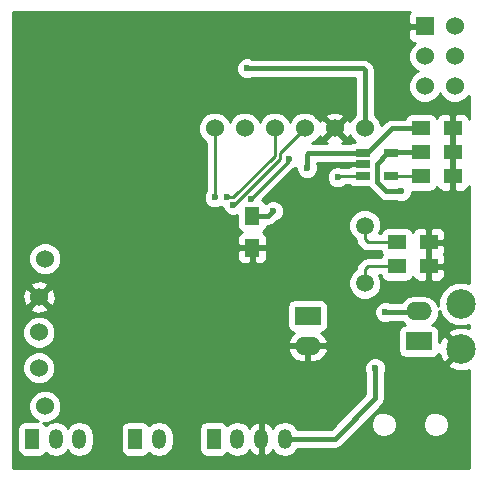
<source format=gbl>
G04 #@! TF.FileFunction,Copper,L2,Bot,Signal*
%FSLAX46Y46*%
G04 Gerber Fmt 4.6, Leading zero omitted, Abs format (unit mm)*
G04 Created by KiCad (PCBNEW 4.0.2+e4-6225~38~ubuntu14.04.1-stable) date Sat Jul  9 19:21:58 2016*
%MOMM*%
G01*
G04 APERTURE LIST*
%ADD10C,0.150000*%
%ADD11R,1.198880X1.699260*%
%ADD12O,1.198880X1.699260*%
%ADD13R,1.300000X0.650000*%
%ADD14R,1.524000X1.524000*%
%ADD15C,1.524000*%
%ADD16C,2.499360*%
%ADD17R,2.199640X1.524000*%
%ADD18O,2.199640X1.524000*%
%ADD19R,1.500000X1.300000*%
%ADD20R,1.300000X1.500000*%
%ADD21C,1.501140*%
%ADD22C,0.600000*%
%ADD23C,0.400000*%
%ADD24C,0.250000*%
%ADD25C,0.254000*%
G04 APERTURE END LIST*
D10*
D11*
X17701260Y3175000D03*
D12*
X19700240Y3175000D03*
X21701760Y3175000D03*
X23700740Y3175000D03*
D11*
X11064240Y3175000D03*
D12*
X13065760Y3175000D03*
D13*
X30296000Y25466000D03*
X30296000Y26416000D03*
X30296000Y27366000D03*
X32696000Y27366000D03*
X32696000Y25466000D03*
D14*
X35560000Y38100000D03*
D15*
X38100000Y38100000D03*
X35560000Y35560000D03*
X38100000Y35560000D03*
X35560000Y33020000D03*
X38100000Y33020000D03*
D16*
X38608000Y14605000D03*
X38608000Y10795000D03*
D17*
X35052000Y11430000D03*
D18*
X35052000Y13970000D03*
D15*
X2900000Y9192000D03*
X2900000Y12192000D03*
X2900000Y15192000D03*
X3400000Y5942000D03*
X3400000Y18442000D03*
D11*
X2319020Y3175000D03*
D12*
X4318000Y3175000D03*
X6316980Y3175000D03*
D19*
X37926000Y27432000D03*
X35226000Y27432000D03*
X37926000Y29464000D03*
X35226000Y29464000D03*
D20*
X20955000Y19351000D03*
X20955000Y22051000D03*
D19*
X37926000Y25400000D03*
X35226000Y25400000D03*
X35894000Y17780000D03*
X33194000Y17780000D03*
X35894000Y19812000D03*
X33194000Y19812000D03*
D15*
X30480000Y29464000D03*
X27940000Y29464000D03*
X25400000Y29464000D03*
X22860000Y29464000D03*
X20320000Y29464000D03*
X17780000Y29464000D03*
D21*
X30480000Y16355060D03*
X30480000Y21236940D03*
D17*
X25654000Y13589000D03*
D18*
X25654000Y11049000D03*
D22*
X31369000Y9144000D03*
X33528000Y24130000D03*
X11176000Y6032500D03*
X33655000Y21971000D03*
X36639500Y2222500D03*
X35877500Y9080500D03*
X29464000Y9842500D03*
X5778500Y6604000D03*
X9525000Y16637000D03*
X22669500Y19050000D03*
X17843500Y20637500D03*
X20510500Y34544000D03*
X25590500Y26098500D03*
X32194500Y13906500D03*
X24063956Y26863044D03*
X20828000Y23495000D03*
X17780000Y23622000D03*
X18796000Y23622000D03*
X19367500Y22986996D03*
X28194000Y25338020D03*
X22733000Y22479000D03*
D23*
X27940000Y3175000D02*
X31369000Y6604000D01*
X31369000Y6604000D02*
X31369000Y9144000D01*
X23700740Y3175000D02*
X27940000Y3175000D01*
X31496000Y24892000D02*
X32258000Y24130000D01*
X32258000Y24130000D02*
X33528000Y24130000D01*
X31496000Y26491000D02*
X31496000Y24892000D01*
X32696000Y27366000D02*
X32371000Y27366000D01*
X32371000Y27366000D02*
X31496000Y26491000D01*
X35226000Y27432000D02*
X32762000Y27432000D01*
X32762000Y27432000D02*
X32696000Y27366000D01*
X27559000Y26416000D02*
X26225500Y25082500D01*
X29246000Y26416000D02*
X27559000Y26416000D01*
X30296000Y26416000D02*
X29246000Y26416000D01*
X27860000Y29544000D02*
X27940000Y29464000D01*
X30480000Y29464000D02*
X30480000Y34417000D01*
X30480000Y34417000D02*
X30353000Y34544000D01*
X30353000Y34544000D02*
X20934764Y34544000D01*
X20934764Y34544000D02*
X20510500Y34544000D01*
X30560000Y29544000D02*
X30480000Y29464000D01*
X30296000Y27366000D02*
X25715000Y27366000D01*
X25715000Y27366000D02*
X25590500Y27241500D01*
X25590500Y27241500D02*
X25590500Y26098500D01*
X32194500Y13906500D02*
X34988500Y13906500D01*
X34988500Y13906500D02*
X35052000Y13970000D01*
X30296000Y27366000D02*
X30668000Y27366000D01*
X30668000Y27366000D02*
X32766000Y29464000D01*
X32766000Y29464000D02*
X35226000Y29464000D01*
D24*
X24063956Y26730956D02*
X24063956Y26863044D01*
X20828000Y23495000D02*
X24063956Y26730956D01*
X17780000Y29464000D02*
X17780000Y23622000D01*
X22860000Y29464000D02*
X22860000Y27114500D01*
X22860000Y27114500D02*
X19367500Y23622000D01*
X19367500Y23622000D02*
X18796000Y23622000D01*
X23310011Y27374011D02*
X23310011Y26866013D01*
X19430994Y22986996D02*
X19367500Y22986996D01*
X23310011Y26866013D02*
X19430994Y22986996D01*
X25400000Y29464000D02*
X23310011Y27374011D01*
X28321980Y25466000D02*
X28194000Y25338020D01*
X30296000Y25466000D02*
X28321980Y25466000D01*
X35226000Y25400000D02*
X32762000Y25400000D01*
X32762000Y25400000D02*
X32696000Y25466000D01*
D23*
X20955000Y22051000D02*
X22305000Y22051000D01*
X22305000Y22051000D02*
X22733000Y22479000D01*
D24*
X30480000Y16355060D02*
X30480000Y17526000D01*
X30480000Y17526000D02*
X30734000Y17780000D01*
X33194000Y17780000D02*
X30734000Y17780000D01*
X30480000Y21236940D02*
X30480000Y20066000D01*
X30480000Y20066000D02*
X30734000Y19812000D01*
X30734000Y19812000D02*
X33194000Y19812000D01*
D25*
G36*
X34259673Y39221698D02*
X34163000Y38988309D01*
X34163000Y38385750D01*
X34321750Y38227000D01*
X35433000Y38227000D01*
X35433000Y38247000D01*
X35687000Y38247000D01*
X35687000Y38227000D01*
X35707000Y38227000D01*
X35707000Y37973000D01*
X35687000Y37973000D01*
X35687000Y37953000D01*
X35433000Y37953000D01*
X35433000Y37973000D01*
X34321750Y37973000D01*
X34163000Y37814250D01*
X34163000Y37211691D01*
X34259673Y36978302D01*
X34438301Y36799673D01*
X34671690Y36703000D01*
X34727614Y36703000D01*
X34376371Y36352370D01*
X34163243Y35839100D01*
X34162758Y35283339D01*
X34374990Y34769697D01*
X34767630Y34376371D01*
X34975512Y34290051D01*
X34769697Y34205010D01*
X34376371Y33812370D01*
X34163243Y33299100D01*
X34162758Y32743339D01*
X34374990Y32229697D01*
X34767630Y31836371D01*
X35280900Y31623243D01*
X35836661Y31622758D01*
X36350303Y31834990D01*
X36743629Y32227630D01*
X36829949Y32435512D01*
X36914990Y32229697D01*
X37307630Y31836371D01*
X37820900Y31623243D01*
X38376661Y31622758D01*
X38890303Y31834990D01*
X39283629Y32227630D01*
X39290000Y32242973D01*
X39290000Y30291008D01*
X39214327Y30473699D01*
X39035698Y30652327D01*
X38802309Y30749000D01*
X38211750Y30749000D01*
X38053000Y30590250D01*
X38053000Y29591000D01*
X38073000Y29591000D01*
X38073000Y29337000D01*
X38053000Y29337000D01*
X38053000Y27559000D01*
X38073000Y27559000D01*
X38073000Y27305000D01*
X38053000Y27305000D01*
X38053000Y25527000D01*
X38073000Y25527000D01*
X38073000Y25273000D01*
X38053000Y25273000D01*
X38053000Y24273750D01*
X38211750Y24115000D01*
X38802309Y24115000D01*
X39035698Y24211673D01*
X39214327Y24390301D01*
X39290000Y24572992D01*
X39290000Y16362510D01*
X38984531Y16489352D01*
X38234759Y16490006D01*
X37541809Y16203686D01*
X37011178Y15673979D01*
X36723648Y14981531D01*
X36723194Y14460737D01*
X36714467Y14504609D01*
X36411635Y14957828D01*
X35958416Y15260660D01*
X35423807Y15367000D01*
X34680193Y15367000D01*
X34145584Y15260660D01*
X33692365Y14957828D01*
X33547819Y14741500D01*
X32621734Y14741500D01*
X32381299Y14841338D01*
X32009333Y14841662D01*
X31665557Y14699617D01*
X31402308Y14436827D01*
X31259662Y14093299D01*
X31259338Y13721333D01*
X31401383Y13377557D01*
X31664173Y13114308D01*
X32007701Y12971662D01*
X32379667Y12971338D01*
X32622078Y13071500D01*
X33632678Y13071500D01*
X33692365Y12982172D01*
X33916130Y12832657D01*
X33716863Y12795162D01*
X33500739Y12656090D01*
X33355749Y12443890D01*
X33304740Y12192000D01*
X33304740Y10668000D01*
X33349018Y10432683D01*
X33488090Y10216559D01*
X33700290Y10071569D01*
X33952180Y10020560D01*
X36151820Y10020560D01*
X36387137Y10064838D01*
X36603261Y10203910D01*
X36733406Y10394384D01*
X36734072Y10369616D01*
X36982141Y9770725D01*
X37274911Y9641517D01*
X38428395Y10795000D01*
X37274911Y11948483D01*
X36982141Y11819275D01*
X36799260Y11341871D01*
X36799260Y12192000D01*
X36754982Y12427317D01*
X36615910Y12643441D01*
X36403710Y12788431D01*
X36187276Y12832260D01*
X36411635Y12982172D01*
X36714467Y13435391D01*
X36820807Y13970000D01*
X36811206Y14018270D01*
X37009314Y13538809D01*
X37539021Y13008178D01*
X38231469Y12720648D01*
X38981241Y12719994D01*
X39290000Y12847570D01*
X39290000Y12551975D01*
X38932117Y12689071D01*
X38182616Y12668928D01*
X37583725Y12420859D01*
X37454517Y12128089D01*
X38608000Y10974605D01*
X38622142Y10988748D01*
X38801748Y10809142D01*
X38787605Y10795000D01*
X38801748Y10780857D01*
X38622142Y10601252D01*
X38608000Y10615395D01*
X37454517Y9461911D01*
X37583725Y9169141D01*
X38283883Y8900929D01*
X39033384Y8921072D01*
X39290000Y9027366D01*
X39290000Y710000D01*
X710000Y710000D01*
X710000Y4024630D01*
X1072140Y4024630D01*
X1072140Y2325370D01*
X1116418Y2090053D01*
X1255490Y1873929D01*
X1467690Y1728939D01*
X1719580Y1677930D01*
X2918460Y1677930D01*
X3153777Y1722208D01*
X3369901Y1861280D01*
X3469267Y2006708D01*
X3845600Y1755250D01*
X4318000Y1661284D01*
X4790400Y1755250D01*
X5190881Y2022843D01*
X5317490Y2212327D01*
X5444099Y2022843D01*
X5844580Y1755250D01*
X6316980Y1661284D01*
X6789380Y1755250D01*
X7189861Y2022843D01*
X7457454Y2423324D01*
X7551420Y2895724D01*
X7551420Y3454276D01*
X7457454Y3926676D01*
X7392004Y4024630D01*
X9817360Y4024630D01*
X9817360Y2325370D01*
X9861638Y2090053D01*
X10000710Y1873929D01*
X10212910Y1728939D01*
X10464800Y1677930D01*
X11663680Y1677930D01*
X11898997Y1722208D01*
X12115121Y1861280D01*
X12215284Y2007873D01*
X12593360Y1755250D01*
X13065760Y1661284D01*
X13538160Y1755250D01*
X13938641Y2022843D01*
X14206234Y2423324D01*
X14300200Y2895724D01*
X14300200Y3454276D01*
X14206234Y3926676D01*
X14140784Y4024630D01*
X16454380Y4024630D01*
X16454380Y2325370D01*
X16498658Y2090053D01*
X16637730Y1873929D01*
X16849930Y1728939D01*
X17101820Y1677930D01*
X18300700Y1677930D01*
X18536017Y1722208D01*
X18752141Y1861280D01*
X18851507Y2006708D01*
X19227840Y1755250D01*
X19700240Y1661284D01*
X20172640Y1755250D01*
X20573121Y2022843D01*
X20703318Y2217696D01*
X20872803Y1993432D01*
X21292327Y1747101D01*
X21384239Y1731905D01*
X21574760Y1856643D01*
X21574760Y3048000D01*
X21554760Y3048000D01*
X21554760Y3302000D01*
X21574760Y3302000D01*
X21574760Y4493357D01*
X21828760Y4493357D01*
X21828760Y3302000D01*
X21848760Y3302000D01*
X21848760Y3048000D01*
X21828760Y3048000D01*
X21828760Y1856643D01*
X22019281Y1731905D01*
X22111193Y1747101D01*
X22530717Y1993432D01*
X22698854Y2215912D01*
X22827859Y2022843D01*
X23228340Y1755250D01*
X23700740Y1661284D01*
X24173140Y1755250D01*
X24573621Y2022843D01*
X24785539Y2340000D01*
X27940000Y2340000D01*
X28259541Y2403561D01*
X28530434Y2584566D01*
X30137978Y4192110D01*
X31005592Y4192110D01*
X31170362Y3793337D01*
X31475193Y3487974D01*
X31873677Y3322509D01*
X32305150Y3322132D01*
X32703923Y3486902D01*
X33009286Y3791733D01*
X33174751Y4190217D01*
X33174752Y4192110D01*
X35404872Y4192110D01*
X35569642Y3793337D01*
X35874473Y3487974D01*
X36272957Y3322509D01*
X36704430Y3322132D01*
X37103203Y3486902D01*
X37408566Y3791733D01*
X37574031Y4190217D01*
X37574408Y4621690D01*
X37409638Y5020463D01*
X37104807Y5325826D01*
X36706323Y5491291D01*
X36274850Y5491668D01*
X35876077Y5326898D01*
X35570714Y5022067D01*
X35405249Y4623583D01*
X35404872Y4192110D01*
X33174752Y4192110D01*
X33175128Y4621690D01*
X33010358Y5020463D01*
X32705527Y5325826D01*
X32307043Y5491291D01*
X31875570Y5491668D01*
X31476797Y5326898D01*
X31171434Y5022067D01*
X31005969Y4623583D01*
X31005592Y4192110D01*
X30137978Y4192110D01*
X31959434Y6013566D01*
X32096474Y6218661D01*
X32140439Y6284459D01*
X32204000Y6604000D01*
X32204000Y8716766D01*
X32303838Y8957201D01*
X32304162Y9329167D01*
X32162117Y9672943D01*
X31899327Y9936192D01*
X31555799Y10078838D01*
X31183833Y10079162D01*
X30840057Y9937117D01*
X30576808Y9674327D01*
X30434162Y9330799D01*
X30433838Y8958833D01*
X30534000Y8716422D01*
X30534000Y6949868D01*
X27594132Y4010000D01*
X24785539Y4010000D01*
X24573621Y4327157D01*
X24173140Y4594750D01*
X23700740Y4688716D01*
X23228340Y4594750D01*
X22827859Y4327157D01*
X22698854Y4134088D01*
X22530717Y4356568D01*
X22111193Y4602899D01*
X22019281Y4618095D01*
X21828760Y4493357D01*
X21574760Y4493357D01*
X21384239Y4618095D01*
X21292327Y4602899D01*
X20872803Y4356568D01*
X20703318Y4132304D01*
X20573121Y4327157D01*
X20172640Y4594750D01*
X19700240Y4688716D01*
X19227840Y4594750D01*
X18850615Y4342696D01*
X18764790Y4476071D01*
X18552590Y4621061D01*
X18300700Y4672070D01*
X17101820Y4672070D01*
X16866503Y4627792D01*
X16650379Y4488720D01*
X16505389Y4276520D01*
X16454380Y4024630D01*
X14140784Y4024630D01*
X13938641Y4327157D01*
X13538160Y4594750D01*
X13065760Y4688716D01*
X12593360Y4594750D01*
X12214358Y4341509D01*
X12127770Y4476071D01*
X11915570Y4621061D01*
X11663680Y4672070D01*
X10464800Y4672070D01*
X10229483Y4627792D01*
X10013359Y4488720D01*
X9868369Y4276520D01*
X9817360Y4024630D01*
X7392004Y4024630D01*
X7189861Y4327157D01*
X6789380Y4594750D01*
X6316980Y4688716D01*
X5844580Y4594750D01*
X5444099Y4327157D01*
X5317490Y4137673D01*
X5190881Y4327157D01*
X4790400Y4594750D01*
X4318000Y4688716D01*
X3845600Y4594750D01*
X3468375Y4342696D01*
X3382550Y4476071D01*
X3281519Y4545103D01*
X3676661Y4544758D01*
X4190303Y4756990D01*
X4583629Y5149630D01*
X4796757Y5662900D01*
X4797242Y6218661D01*
X4585010Y6732303D01*
X4192370Y7125629D01*
X3679100Y7338757D01*
X3123339Y7339242D01*
X2609697Y7127010D01*
X2216371Y6734370D01*
X2003243Y6221100D01*
X2002758Y5665339D01*
X2214990Y5151697D01*
X2607630Y4758371D01*
X2815466Y4672070D01*
X1719580Y4672070D01*
X1484263Y4627792D01*
X1268139Y4488720D01*
X1123149Y4276520D01*
X1072140Y4024630D01*
X710000Y4024630D01*
X710000Y8915339D01*
X1502758Y8915339D01*
X1714990Y8401697D01*
X2107630Y8008371D01*
X2620900Y7795243D01*
X3176661Y7794758D01*
X3690303Y8006990D01*
X4083629Y8399630D01*
X4296757Y8912900D01*
X4297242Y9468661D01*
X4085010Y9982303D01*
X3692370Y10375629D01*
X3179100Y10588757D01*
X2623339Y10589242D01*
X2109697Y10377010D01*
X1716371Y9984370D01*
X1503243Y9471100D01*
X1502758Y8915339D01*
X710000Y8915339D01*
X710000Y10705930D01*
X23961960Y10705930D01*
X23976920Y10631723D01*
X24238550Y10150974D01*
X24664239Y9806941D01*
X25189180Y9652000D01*
X25527000Y9652000D01*
X25527000Y10922000D01*
X25781000Y10922000D01*
X25781000Y9652000D01*
X26118820Y9652000D01*
X26643761Y9806941D01*
X27069450Y10150974D01*
X27331080Y10631723D01*
X27346040Y10705930D01*
X27223540Y10922000D01*
X25781000Y10922000D01*
X25527000Y10922000D01*
X24084460Y10922000D01*
X23961960Y10705930D01*
X710000Y10705930D01*
X710000Y11915339D01*
X1502758Y11915339D01*
X1714990Y11401697D01*
X2107630Y11008371D01*
X2620900Y10795243D01*
X3176661Y10794758D01*
X3690303Y11006990D01*
X4083629Y11399630D01*
X4296757Y11912900D01*
X4297242Y12468661D01*
X4085010Y12982303D01*
X3692370Y13375629D01*
X3179100Y13588757D01*
X2623339Y13589242D01*
X2109697Y13377010D01*
X1716371Y12984370D01*
X1503243Y12471100D01*
X1502758Y11915339D01*
X710000Y11915339D01*
X710000Y14211787D01*
X2099392Y14211787D01*
X2168857Y13969603D01*
X2692302Y13782856D01*
X3247368Y13810638D01*
X3631143Y13969603D01*
X3700608Y14211787D01*
X3561395Y14351000D01*
X23906740Y14351000D01*
X23906740Y12827000D01*
X23951018Y12591683D01*
X24090090Y12375559D01*
X24302290Y12230569D01*
X24531867Y12184079D01*
X24238550Y11947026D01*
X23976920Y11466277D01*
X23961960Y11392070D01*
X24084460Y11176000D01*
X25527000Y11176000D01*
X25527000Y11196000D01*
X25781000Y11196000D01*
X25781000Y11176000D01*
X27223540Y11176000D01*
X27346040Y11392070D01*
X27331080Y11466277D01*
X27069450Y11947026D01*
X26776454Y12183819D01*
X26989137Y12223838D01*
X27205261Y12362910D01*
X27350251Y12575110D01*
X27401260Y12827000D01*
X27401260Y14351000D01*
X27356982Y14586317D01*
X27217910Y14802441D01*
X27005710Y14947431D01*
X26753820Y14998440D01*
X24554180Y14998440D01*
X24318863Y14954162D01*
X24102739Y14815090D01*
X23957749Y14602890D01*
X23906740Y14351000D01*
X3561395Y14351000D01*
X2900000Y15012395D01*
X2099392Y14211787D01*
X710000Y14211787D01*
X710000Y15399698D01*
X1490856Y15399698D01*
X1518638Y14844632D01*
X1677603Y14460857D01*
X1919787Y14391392D01*
X2720395Y15192000D01*
X3079605Y15192000D01*
X3880213Y14391392D01*
X4122397Y14460857D01*
X4309144Y14984302D01*
X4281362Y15539368D01*
X4122397Y15923143D01*
X3880213Y15992608D01*
X3079605Y15192000D01*
X2720395Y15192000D01*
X1919787Y15992608D01*
X1677603Y15923143D01*
X1490856Y15399698D01*
X710000Y15399698D01*
X710000Y16172213D01*
X2099392Y16172213D01*
X2900000Y15371605D01*
X3700608Y16172213D01*
X3631143Y16414397D01*
X3107698Y16601144D01*
X2552632Y16573362D01*
X2168857Y16414397D01*
X2099392Y16172213D01*
X710000Y16172213D01*
X710000Y18165339D01*
X2002758Y18165339D01*
X2214990Y17651697D01*
X2607630Y17258371D01*
X3120900Y17045243D01*
X3676661Y17044758D01*
X4190303Y17256990D01*
X4583629Y17649630D01*
X4796757Y18162900D01*
X4797242Y18718661D01*
X4654035Y19065250D01*
X19670000Y19065250D01*
X19670000Y18474691D01*
X19766673Y18241302D01*
X19945301Y18062673D01*
X20178690Y17966000D01*
X20669250Y17966000D01*
X20828000Y18124750D01*
X20828000Y19224000D01*
X21082000Y19224000D01*
X21082000Y18124750D01*
X21240750Y17966000D01*
X21731310Y17966000D01*
X21964699Y18062673D01*
X22143327Y18241302D01*
X22240000Y18474691D01*
X22240000Y19065250D01*
X22081250Y19224000D01*
X21082000Y19224000D01*
X20828000Y19224000D01*
X19828750Y19224000D01*
X19670000Y19065250D01*
X4654035Y19065250D01*
X4585010Y19232303D01*
X4192370Y19625629D01*
X3679100Y19838757D01*
X3123339Y19839242D01*
X2609697Y19627010D01*
X2216371Y19234370D01*
X2003243Y18721100D01*
X2002758Y18165339D01*
X710000Y18165339D01*
X710000Y29187339D01*
X16382758Y29187339D01*
X16594990Y28673697D01*
X16987630Y28280371D01*
X17020000Y28266930D01*
X17020000Y24184463D01*
X16987808Y24152327D01*
X16845162Y23808799D01*
X16844838Y23436833D01*
X16986883Y23093057D01*
X17249673Y22829808D01*
X17593201Y22687162D01*
X17965167Y22686838D01*
X18288371Y22820383D01*
X18452900Y22752064D01*
X18574383Y22458053D01*
X18837173Y22194804D01*
X19180701Y22052158D01*
X19552667Y22051834D01*
X19657560Y22095175D01*
X19657560Y21301000D01*
X19701838Y21065683D01*
X19840910Y20849559D01*
X20053110Y20704569D01*
X20086490Y20697809D01*
X19945301Y20639327D01*
X19766673Y20460698D01*
X19670000Y20227309D01*
X19670000Y19636750D01*
X19828750Y19478000D01*
X20828000Y19478000D01*
X20828000Y19498000D01*
X21082000Y19498000D01*
X21082000Y19478000D01*
X22081250Y19478000D01*
X22240000Y19636750D01*
X22240000Y20227309D01*
X22143327Y20460698D01*
X21964699Y20639327D01*
X21828713Y20695654D01*
X21840317Y20697838D01*
X22056441Y20836910D01*
X22142281Y20962542D01*
X29094190Y20962542D01*
X29304686Y20453103D01*
X29694113Y20062996D01*
X29722982Y20051009D01*
X29777852Y19775161D01*
X29942599Y19528599D01*
X30196599Y19274599D01*
X30443160Y19109852D01*
X30734000Y19052000D01*
X31817258Y19052000D01*
X31840838Y18926683D01*
X31925225Y18795543D01*
X31847569Y18681890D01*
X31818836Y18540000D01*
X30734000Y18540000D01*
X30443160Y18482148D01*
X30196599Y18317401D01*
X29942599Y18063401D01*
X29777852Y17816839D01*
X29723083Y17541497D01*
X29696163Y17530374D01*
X29306056Y17140947D01*
X29094671Y16631876D01*
X29094190Y16080662D01*
X29304686Y15571223D01*
X29694113Y15181116D01*
X30203184Y14969731D01*
X30754398Y14969250D01*
X31263837Y15179746D01*
X31653944Y15569173D01*
X31865329Y16078244D01*
X31865810Y16629458D01*
X31704441Y17020000D01*
X31817258Y17020000D01*
X31840838Y16894683D01*
X31979910Y16678559D01*
X32192110Y16533569D01*
X32444000Y16482560D01*
X33944000Y16482560D01*
X34179317Y16526838D01*
X34395441Y16665910D01*
X34540431Y16878110D01*
X34547191Y16911490D01*
X34605673Y16770301D01*
X34784302Y16591673D01*
X35017691Y16495000D01*
X35608250Y16495000D01*
X35767000Y16653750D01*
X35767000Y17653000D01*
X36021000Y17653000D01*
X36021000Y16653750D01*
X36179750Y16495000D01*
X36770309Y16495000D01*
X37003698Y16591673D01*
X37182327Y16770301D01*
X37279000Y17003690D01*
X37279000Y17494250D01*
X37120250Y17653000D01*
X36021000Y17653000D01*
X35767000Y17653000D01*
X35747000Y17653000D01*
X35747000Y17907000D01*
X35767000Y17907000D01*
X35767000Y19685000D01*
X36021000Y19685000D01*
X36021000Y17907000D01*
X37120250Y17907000D01*
X37279000Y18065750D01*
X37279000Y18556310D01*
X37182327Y18789699D01*
X37176026Y18796000D01*
X37182327Y18802301D01*
X37279000Y19035690D01*
X37279000Y19526250D01*
X37120250Y19685000D01*
X36021000Y19685000D01*
X35767000Y19685000D01*
X35747000Y19685000D01*
X35747000Y19939000D01*
X35767000Y19939000D01*
X35767000Y20938250D01*
X36021000Y20938250D01*
X36021000Y19939000D01*
X37120250Y19939000D01*
X37279000Y20097750D01*
X37279000Y20588310D01*
X37182327Y20821699D01*
X37003698Y21000327D01*
X36770309Y21097000D01*
X36179750Y21097000D01*
X36021000Y20938250D01*
X35767000Y20938250D01*
X35608250Y21097000D01*
X35017691Y21097000D01*
X34784302Y21000327D01*
X34605673Y20821699D01*
X34549346Y20685713D01*
X34547162Y20697317D01*
X34408090Y20913441D01*
X34195890Y21058431D01*
X33944000Y21109440D01*
X32444000Y21109440D01*
X32208683Y21065162D01*
X31992559Y20926090D01*
X31847569Y20713890D01*
X31818836Y20572000D01*
X31704166Y20572000D01*
X31865329Y20960124D01*
X31865810Y21511338D01*
X31655314Y22020777D01*
X31265887Y22410884D01*
X30756816Y22622269D01*
X30205602Y22622750D01*
X29696163Y22412254D01*
X29306056Y22022827D01*
X29094671Y21513756D01*
X29094190Y20962542D01*
X22142281Y20962542D01*
X22201431Y21049110D01*
X22235227Y21216000D01*
X22305000Y21216000D01*
X22624541Y21279561D01*
X22895434Y21460566D01*
X23021333Y21586465D01*
X23261943Y21685883D01*
X23525192Y21948673D01*
X23667838Y22292201D01*
X23668162Y22664167D01*
X23526117Y23007943D01*
X23263327Y23271192D01*
X22919799Y23413838D01*
X22547833Y23414162D01*
X22204057Y23272117D01*
X22114169Y23182386D01*
X22069090Y23252441D01*
X21856890Y23397431D01*
X21813932Y23406130D01*
X24396634Y25988832D01*
X24592899Y26069927D01*
X24655529Y26132448D01*
X24655338Y25913333D01*
X24797383Y25569557D01*
X25060173Y25306308D01*
X25403701Y25163662D01*
X25775667Y25163338D01*
X26119443Y25305383D01*
X26382692Y25568173D01*
X26525338Y25911701D01*
X26525662Y26283667D01*
X26425500Y26526078D01*
X26425500Y26531000D01*
X29267614Y26531000D01*
X29394110Y26444569D01*
X29531120Y26416824D01*
X29410683Y26394162D01*
X29247257Y26289000D01*
X29169750Y26289000D01*
X29106750Y26226000D01*
X28493645Y26226000D01*
X28380799Y26272858D01*
X28008833Y26273182D01*
X27665057Y26131137D01*
X27401808Y25868347D01*
X27259162Y25524819D01*
X27258838Y25152853D01*
X27400883Y24809077D01*
X27663673Y24545828D01*
X28007201Y24403182D01*
X28379167Y24402858D01*
X28722943Y24544903D01*
X28884321Y24706000D01*
X29171331Y24706000D01*
X29181910Y24689559D01*
X29394110Y24544569D01*
X29646000Y24493560D01*
X30777280Y24493560D01*
X30837885Y24402858D01*
X30905566Y24301566D01*
X31667566Y23539566D01*
X31938460Y23358560D01*
X32258000Y23295000D01*
X33100766Y23295000D01*
X33341201Y23195162D01*
X33713167Y23194838D01*
X34056943Y23336883D01*
X34320192Y23599673D01*
X34462838Y23943201D01*
X34462979Y24105197D01*
X34476000Y24102560D01*
X35976000Y24102560D01*
X36211317Y24146838D01*
X36427441Y24285910D01*
X36572431Y24498110D01*
X36579191Y24531490D01*
X36637673Y24390301D01*
X36816302Y24211673D01*
X37049691Y24115000D01*
X37640250Y24115000D01*
X37799000Y24273750D01*
X37799000Y25273000D01*
X37779000Y25273000D01*
X37779000Y25527000D01*
X37799000Y25527000D01*
X37799000Y27305000D01*
X37779000Y27305000D01*
X37779000Y27559000D01*
X37799000Y27559000D01*
X37799000Y29337000D01*
X37779000Y29337000D01*
X37779000Y29591000D01*
X37799000Y29591000D01*
X37799000Y30590250D01*
X37640250Y30749000D01*
X37049691Y30749000D01*
X36816302Y30652327D01*
X36637673Y30473699D01*
X36581346Y30337713D01*
X36579162Y30349317D01*
X36440090Y30565441D01*
X36227890Y30710431D01*
X35976000Y30761440D01*
X34476000Y30761440D01*
X34240683Y30717162D01*
X34024559Y30578090D01*
X33879569Y30365890D01*
X33866023Y30299000D01*
X32766000Y30299000D01*
X32446459Y30235439D01*
X32264713Y30114000D01*
X32175566Y30054434D01*
X31872725Y29751593D01*
X31665010Y30254303D01*
X31315000Y30604925D01*
X31315000Y34417000D01*
X31251439Y34736541D01*
X31070434Y35007434D01*
X30943434Y35134434D01*
X30862610Y35188439D01*
X30672541Y35315439D01*
X30353000Y35379000D01*
X20937734Y35379000D01*
X20697299Y35478838D01*
X20325333Y35479162D01*
X19981557Y35337117D01*
X19718308Y35074327D01*
X19575662Y34730799D01*
X19575338Y34358833D01*
X19717383Y34015057D01*
X19980173Y33751808D01*
X20323701Y33609162D01*
X20695667Y33608838D01*
X20938078Y33709000D01*
X29645000Y33709000D01*
X29645000Y30604391D01*
X29296371Y30256370D01*
X29216605Y30064273D01*
X29162397Y30195143D01*
X28920213Y30264608D01*
X28119605Y29464000D01*
X28920213Y28663392D01*
X29162397Y28732857D01*
X29212509Y28873318D01*
X29294990Y28673697D01*
X29632246Y28335852D01*
X29410683Y28294162D01*
X29265905Y28201000D01*
X28573119Y28201000D01*
X28671143Y28241603D01*
X28740608Y28483787D01*
X27940000Y29284395D01*
X27139392Y28483787D01*
X27208857Y28241603D01*
X27322666Y28201000D01*
X26001552Y28201000D01*
X26190303Y28278990D01*
X26583629Y28671630D01*
X26663395Y28863727D01*
X26717603Y28732857D01*
X26959787Y28663392D01*
X27760395Y29464000D01*
X26959787Y30264608D01*
X26717603Y30195143D01*
X26667491Y30054682D01*
X26585010Y30254303D01*
X26395432Y30444213D01*
X27139392Y30444213D01*
X27940000Y29643605D01*
X28740608Y30444213D01*
X28671143Y30686397D01*
X28147698Y30873144D01*
X27592632Y30845362D01*
X27208857Y30686397D01*
X27139392Y30444213D01*
X26395432Y30444213D01*
X26192370Y30647629D01*
X25679100Y30860757D01*
X25123339Y30861242D01*
X24609697Y30649010D01*
X24216371Y30256370D01*
X24130051Y30048488D01*
X24045010Y30254303D01*
X23652370Y30647629D01*
X23139100Y30860757D01*
X22583339Y30861242D01*
X22069697Y30649010D01*
X21676371Y30256370D01*
X21590051Y30048488D01*
X21505010Y30254303D01*
X21112370Y30647629D01*
X20599100Y30860757D01*
X20043339Y30861242D01*
X19529697Y30649010D01*
X19136371Y30256370D01*
X19050051Y30048488D01*
X18965010Y30254303D01*
X18572370Y30647629D01*
X18059100Y30860757D01*
X17503339Y30861242D01*
X16989697Y30649010D01*
X16596371Y30256370D01*
X16383243Y29743100D01*
X16382758Y29187339D01*
X710000Y29187339D01*
X710000Y39290000D01*
X34327975Y39290000D01*
X34259673Y39221698D01*
X34259673Y39221698D01*
G37*
X34259673Y39221698D02*
X34163000Y38988309D01*
X34163000Y38385750D01*
X34321750Y38227000D01*
X35433000Y38227000D01*
X35433000Y38247000D01*
X35687000Y38247000D01*
X35687000Y38227000D01*
X35707000Y38227000D01*
X35707000Y37973000D01*
X35687000Y37973000D01*
X35687000Y37953000D01*
X35433000Y37953000D01*
X35433000Y37973000D01*
X34321750Y37973000D01*
X34163000Y37814250D01*
X34163000Y37211691D01*
X34259673Y36978302D01*
X34438301Y36799673D01*
X34671690Y36703000D01*
X34727614Y36703000D01*
X34376371Y36352370D01*
X34163243Y35839100D01*
X34162758Y35283339D01*
X34374990Y34769697D01*
X34767630Y34376371D01*
X34975512Y34290051D01*
X34769697Y34205010D01*
X34376371Y33812370D01*
X34163243Y33299100D01*
X34162758Y32743339D01*
X34374990Y32229697D01*
X34767630Y31836371D01*
X35280900Y31623243D01*
X35836661Y31622758D01*
X36350303Y31834990D01*
X36743629Y32227630D01*
X36829949Y32435512D01*
X36914990Y32229697D01*
X37307630Y31836371D01*
X37820900Y31623243D01*
X38376661Y31622758D01*
X38890303Y31834990D01*
X39283629Y32227630D01*
X39290000Y32242973D01*
X39290000Y30291008D01*
X39214327Y30473699D01*
X39035698Y30652327D01*
X38802309Y30749000D01*
X38211750Y30749000D01*
X38053000Y30590250D01*
X38053000Y29591000D01*
X38073000Y29591000D01*
X38073000Y29337000D01*
X38053000Y29337000D01*
X38053000Y27559000D01*
X38073000Y27559000D01*
X38073000Y27305000D01*
X38053000Y27305000D01*
X38053000Y25527000D01*
X38073000Y25527000D01*
X38073000Y25273000D01*
X38053000Y25273000D01*
X38053000Y24273750D01*
X38211750Y24115000D01*
X38802309Y24115000D01*
X39035698Y24211673D01*
X39214327Y24390301D01*
X39290000Y24572992D01*
X39290000Y16362510D01*
X38984531Y16489352D01*
X38234759Y16490006D01*
X37541809Y16203686D01*
X37011178Y15673979D01*
X36723648Y14981531D01*
X36723194Y14460737D01*
X36714467Y14504609D01*
X36411635Y14957828D01*
X35958416Y15260660D01*
X35423807Y15367000D01*
X34680193Y15367000D01*
X34145584Y15260660D01*
X33692365Y14957828D01*
X33547819Y14741500D01*
X32621734Y14741500D01*
X32381299Y14841338D01*
X32009333Y14841662D01*
X31665557Y14699617D01*
X31402308Y14436827D01*
X31259662Y14093299D01*
X31259338Y13721333D01*
X31401383Y13377557D01*
X31664173Y13114308D01*
X32007701Y12971662D01*
X32379667Y12971338D01*
X32622078Y13071500D01*
X33632678Y13071500D01*
X33692365Y12982172D01*
X33916130Y12832657D01*
X33716863Y12795162D01*
X33500739Y12656090D01*
X33355749Y12443890D01*
X33304740Y12192000D01*
X33304740Y10668000D01*
X33349018Y10432683D01*
X33488090Y10216559D01*
X33700290Y10071569D01*
X33952180Y10020560D01*
X36151820Y10020560D01*
X36387137Y10064838D01*
X36603261Y10203910D01*
X36733406Y10394384D01*
X36734072Y10369616D01*
X36982141Y9770725D01*
X37274911Y9641517D01*
X38428395Y10795000D01*
X37274911Y11948483D01*
X36982141Y11819275D01*
X36799260Y11341871D01*
X36799260Y12192000D01*
X36754982Y12427317D01*
X36615910Y12643441D01*
X36403710Y12788431D01*
X36187276Y12832260D01*
X36411635Y12982172D01*
X36714467Y13435391D01*
X36820807Y13970000D01*
X36811206Y14018270D01*
X37009314Y13538809D01*
X37539021Y13008178D01*
X38231469Y12720648D01*
X38981241Y12719994D01*
X39290000Y12847570D01*
X39290000Y12551975D01*
X38932117Y12689071D01*
X38182616Y12668928D01*
X37583725Y12420859D01*
X37454517Y12128089D01*
X38608000Y10974605D01*
X38622142Y10988748D01*
X38801748Y10809142D01*
X38787605Y10795000D01*
X38801748Y10780857D01*
X38622142Y10601252D01*
X38608000Y10615395D01*
X37454517Y9461911D01*
X37583725Y9169141D01*
X38283883Y8900929D01*
X39033384Y8921072D01*
X39290000Y9027366D01*
X39290000Y710000D01*
X710000Y710000D01*
X710000Y4024630D01*
X1072140Y4024630D01*
X1072140Y2325370D01*
X1116418Y2090053D01*
X1255490Y1873929D01*
X1467690Y1728939D01*
X1719580Y1677930D01*
X2918460Y1677930D01*
X3153777Y1722208D01*
X3369901Y1861280D01*
X3469267Y2006708D01*
X3845600Y1755250D01*
X4318000Y1661284D01*
X4790400Y1755250D01*
X5190881Y2022843D01*
X5317490Y2212327D01*
X5444099Y2022843D01*
X5844580Y1755250D01*
X6316980Y1661284D01*
X6789380Y1755250D01*
X7189861Y2022843D01*
X7457454Y2423324D01*
X7551420Y2895724D01*
X7551420Y3454276D01*
X7457454Y3926676D01*
X7392004Y4024630D01*
X9817360Y4024630D01*
X9817360Y2325370D01*
X9861638Y2090053D01*
X10000710Y1873929D01*
X10212910Y1728939D01*
X10464800Y1677930D01*
X11663680Y1677930D01*
X11898997Y1722208D01*
X12115121Y1861280D01*
X12215284Y2007873D01*
X12593360Y1755250D01*
X13065760Y1661284D01*
X13538160Y1755250D01*
X13938641Y2022843D01*
X14206234Y2423324D01*
X14300200Y2895724D01*
X14300200Y3454276D01*
X14206234Y3926676D01*
X14140784Y4024630D01*
X16454380Y4024630D01*
X16454380Y2325370D01*
X16498658Y2090053D01*
X16637730Y1873929D01*
X16849930Y1728939D01*
X17101820Y1677930D01*
X18300700Y1677930D01*
X18536017Y1722208D01*
X18752141Y1861280D01*
X18851507Y2006708D01*
X19227840Y1755250D01*
X19700240Y1661284D01*
X20172640Y1755250D01*
X20573121Y2022843D01*
X20703318Y2217696D01*
X20872803Y1993432D01*
X21292327Y1747101D01*
X21384239Y1731905D01*
X21574760Y1856643D01*
X21574760Y3048000D01*
X21554760Y3048000D01*
X21554760Y3302000D01*
X21574760Y3302000D01*
X21574760Y4493357D01*
X21828760Y4493357D01*
X21828760Y3302000D01*
X21848760Y3302000D01*
X21848760Y3048000D01*
X21828760Y3048000D01*
X21828760Y1856643D01*
X22019281Y1731905D01*
X22111193Y1747101D01*
X22530717Y1993432D01*
X22698854Y2215912D01*
X22827859Y2022843D01*
X23228340Y1755250D01*
X23700740Y1661284D01*
X24173140Y1755250D01*
X24573621Y2022843D01*
X24785539Y2340000D01*
X27940000Y2340000D01*
X28259541Y2403561D01*
X28530434Y2584566D01*
X30137978Y4192110D01*
X31005592Y4192110D01*
X31170362Y3793337D01*
X31475193Y3487974D01*
X31873677Y3322509D01*
X32305150Y3322132D01*
X32703923Y3486902D01*
X33009286Y3791733D01*
X33174751Y4190217D01*
X33174752Y4192110D01*
X35404872Y4192110D01*
X35569642Y3793337D01*
X35874473Y3487974D01*
X36272957Y3322509D01*
X36704430Y3322132D01*
X37103203Y3486902D01*
X37408566Y3791733D01*
X37574031Y4190217D01*
X37574408Y4621690D01*
X37409638Y5020463D01*
X37104807Y5325826D01*
X36706323Y5491291D01*
X36274850Y5491668D01*
X35876077Y5326898D01*
X35570714Y5022067D01*
X35405249Y4623583D01*
X35404872Y4192110D01*
X33174752Y4192110D01*
X33175128Y4621690D01*
X33010358Y5020463D01*
X32705527Y5325826D01*
X32307043Y5491291D01*
X31875570Y5491668D01*
X31476797Y5326898D01*
X31171434Y5022067D01*
X31005969Y4623583D01*
X31005592Y4192110D01*
X30137978Y4192110D01*
X31959434Y6013566D01*
X32096474Y6218661D01*
X32140439Y6284459D01*
X32204000Y6604000D01*
X32204000Y8716766D01*
X32303838Y8957201D01*
X32304162Y9329167D01*
X32162117Y9672943D01*
X31899327Y9936192D01*
X31555799Y10078838D01*
X31183833Y10079162D01*
X30840057Y9937117D01*
X30576808Y9674327D01*
X30434162Y9330799D01*
X30433838Y8958833D01*
X30534000Y8716422D01*
X30534000Y6949868D01*
X27594132Y4010000D01*
X24785539Y4010000D01*
X24573621Y4327157D01*
X24173140Y4594750D01*
X23700740Y4688716D01*
X23228340Y4594750D01*
X22827859Y4327157D01*
X22698854Y4134088D01*
X22530717Y4356568D01*
X22111193Y4602899D01*
X22019281Y4618095D01*
X21828760Y4493357D01*
X21574760Y4493357D01*
X21384239Y4618095D01*
X21292327Y4602899D01*
X20872803Y4356568D01*
X20703318Y4132304D01*
X20573121Y4327157D01*
X20172640Y4594750D01*
X19700240Y4688716D01*
X19227840Y4594750D01*
X18850615Y4342696D01*
X18764790Y4476071D01*
X18552590Y4621061D01*
X18300700Y4672070D01*
X17101820Y4672070D01*
X16866503Y4627792D01*
X16650379Y4488720D01*
X16505389Y4276520D01*
X16454380Y4024630D01*
X14140784Y4024630D01*
X13938641Y4327157D01*
X13538160Y4594750D01*
X13065760Y4688716D01*
X12593360Y4594750D01*
X12214358Y4341509D01*
X12127770Y4476071D01*
X11915570Y4621061D01*
X11663680Y4672070D01*
X10464800Y4672070D01*
X10229483Y4627792D01*
X10013359Y4488720D01*
X9868369Y4276520D01*
X9817360Y4024630D01*
X7392004Y4024630D01*
X7189861Y4327157D01*
X6789380Y4594750D01*
X6316980Y4688716D01*
X5844580Y4594750D01*
X5444099Y4327157D01*
X5317490Y4137673D01*
X5190881Y4327157D01*
X4790400Y4594750D01*
X4318000Y4688716D01*
X3845600Y4594750D01*
X3468375Y4342696D01*
X3382550Y4476071D01*
X3281519Y4545103D01*
X3676661Y4544758D01*
X4190303Y4756990D01*
X4583629Y5149630D01*
X4796757Y5662900D01*
X4797242Y6218661D01*
X4585010Y6732303D01*
X4192370Y7125629D01*
X3679100Y7338757D01*
X3123339Y7339242D01*
X2609697Y7127010D01*
X2216371Y6734370D01*
X2003243Y6221100D01*
X2002758Y5665339D01*
X2214990Y5151697D01*
X2607630Y4758371D01*
X2815466Y4672070D01*
X1719580Y4672070D01*
X1484263Y4627792D01*
X1268139Y4488720D01*
X1123149Y4276520D01*
X1072140Y4024630D01*
X710000Y4024630D01*
X710000Y8915339D01*
X1502758Y8915339D01*
X1714990Y8401697D01*
X2107630Y8008371D01*
X2620900Y7795243D01*
X3176661Y7794758D01*
X3690303Y8006990D01*
X4083629Y8399630D01*
X4296757Y8912900D01*
X4297242Y9468661D01*
X4085010Y9982303D01*
X3692370Y10375629D01*
X3179100Y10588757D01*
X2623339Y10589242D01*
X2109697Y10377010D01*
X1716371Y9984370D01*
X1503243Y9471100D01*
X1502758Y8915339D01*
X710000Y8915339D01*
X710000Y10705930D01*
X23961960Y10705930D01*
X23976920Y10631723D01*
X24238550Y10150974D01*
X24664239Y9806941D01*
X25189180Y9652000D01*
X25527000Y9652000D01*
X25527000Y10922000D01*
X25781000Y10922000D01*
X25781000Y9652000D01*
X26118820Y9652000D01*
X26643761Y9806941D01*
X27069450Y10150974D01*
X27331080Y10631723D01*
X27346040Y10705930D01*
X27223540Y10922000D01*
X25781000Y10922000D01*
X25527000Y10922000D01*
X24084460Y10922000D01*
X23961960Y10705930D01*
X710000Y10705930D01*
X710000Y11915339D01*
X1502758Y11915339D01*
X1714990Y11401697D01*
X2107630Y11008371D01*
X2620900Y10795243D01*
X3176661Y10794758D01*
X3690303Y11006990D01*
X4083629Y11399630D01*
X4296757Y11912900D01*
X4297242Y12468661D01*
X4085010Y12982303D01*
X3692370Y13375629D01*
X3179100Y13588757D01*
X2623339Y13589242D01*
X2109697Y13377010D01*
X1716371Y12984370D01*
X1503243Y12471100D01*
X1502758Y11915339D01*
X710000Y11915339D01*
X710000Y14211787D01*
X2099392Y14211787D01*
X2168857Y13969603D01*
X2692302Y13782856D01*
X3247368Y13810638D01*
X3631143Y13969603D01*
X3700608Y14211787D01*
X3561395Y14351000D01*
X23906740Y14351000D01*
X23906740Y12827000D01*
X23951018Y12591683D01*
X24090090Y12375559D01*
X24302290Y12230569D01*
X24531867Y12184079D01*
X24238550Y11947026D01*
X23976920Y11466277D01*
X23961960Y11392070D01*
X24084460Y11176000D01*
X25527000Y11176000D01*
X25527000Y11196000D01*
X25781000Y11196000D01*
X25781000Y11176000D01*
X27223540Y11176000D01*
X27346040Y11392070D01*
X27331080Y11466277D01*
X27069450Y11947026D01*
X26776454Y12183819D01*
X26989137Y12223838D01*
X27205261Y12362910D01*
X27350251Y12575110D01*
X27401260Y12827000D01*
X27401260Y14351000D01*
X27356982Y14586317D01*
X27217910Y14802441D01*
X27005710Y14947431D01*
X26753820Y14998440D01*
X24554180Y14998440D01*
X24318863Y14954162D01*
X24102739Y14815090D01*
X23957749Y14602890D01*
X23906740Y14351000D01*
X3561395Y14351000D01*
X2900000Y15012395D01*
X2099392Y14211787D01*
X710000Y14211787D01*
X710000Y15399698D01*
X1490856Y15399698D01*
X1518638Y14844632D01*
X1677603Y14460857D01*
X1919787Y14391392D01*
X2720395Y15192000D01*
X3079605Y15192000D01*
X3880213Y14391392D01*
X4122397Y14460857D01*
X4309144Y14984302D01*
X4281362Y15539368D01*
X4122397Y15923143D01*
X3880213Y15992608D01*
X3079605Y15192000D01*
X2720395Y15192000D01*
X1919787Y15992608D01*
X1677603Y15923143D01*
X1490856Y15399698D01*
X710000Y15399698D01*
X710000Y16172213D01*
X2099392Y16172213D01*
X2900000Y15371605D01*
X3700608Y16172213D01*
X3631143Y16414397D01*
X3107698Y16601144D01*
X2552632Y16573362D01*
X2168857Y16414397D01*
X2099392Y16172213D01*
X710000Y16172213D01*
X710000Y18165339D01*
X2002758Y18165339D01*
X2214990Y17651697D01*
X2607630Y17258371D01*
X3120900Y17045243D01*
X3676661Y17044758D01*
X4190303Y17256990D01*
X4583629Y17649630D01*
X4796757Y18162900D01*
X4797242Y18718661D01*
X4654035Y19065250D01*
X19670000Y19065250D01*
X19670000Y18474691D01*
X19766673Y18241302D01*
X19945301Y18062673D01*
X20178690Y17966000D01*
X20669250Y17966000D01*
X20828000Y18124750D01*
X20828000Y19224000D01*
X21082000Y19224000D01*
X21082000Y18124750D01*
X21240750Y17966000D01*
X21731310Y17966000D01*
X21964699Y18062673D01*
X22143327Y18241302D01*
X22240000Y18474691D01*
X22240000Y19065250D01*
X22081250Y19224000D01*
X21082000Y19224000D01*
X20828000Y19224000D01*
X19828750Y19224000D01*
X19670000Y19065250D01*
X4654035Y19065250D01*
X4585010Y19232303D01*
X4192370Y19625629D01*
X3679100Y19838757D01*
X3123339Y19839242D01*
X2609697Y19627010D01*
X2216371Y19234370D01*
X2003243Y18721100D01*
X2002758Y18165339D01*
X710000Y18165339D01*
X710000Y29187339D01*
X16382758Y29187339D01*
X16594990Y28673697D01*
X16987630Y28280371D01*
X17020000Y28266930D01*
X17020000Y24184463D01*
X16987808Y24152327D01*
X16845162Y23808799D01*
X16844838Y23436833D01*
X16986883Y23093057D01*
X17249673Y22829808D01*
X17593201Y22687162D01*
X17965167Y22686838D01*
X18288371Y22820383D01*
X18452900Y22752064D01*
X18574383Y22458053D01*
X18837173Y22194804D01*
X19180701Y22052158D01*
X19552667Y22051834D01*
X19657560Y22095175D01*
X19657560Y21301000D01*
X19701838Y21065683D01*
X19840910Y20849559D01*
X20053110Y20704569D01*
X20086490Y20697809D01*
X19945301Y20639327D01*
X19766673Y20460698D01*
X19670000Y20227309D01*
X19670000Y19636750D01*
X19828750Y19478000D01*
X20828000Y19478000D01*
X20828000Y19498000D01*
X21082000Y19498000D01*
X21082000Y19478000D01*
X22081250Y19478000D01*
X22240000Y19636750D01*
X22240000Y20227309D01*
X22143327Y20460698D01*
X21964699Y20639327D01*
X21828713Y20695654D01*
X21840317Y20697838D01*
X22056441Y20836910D01*
X22142281Y20962542D01*
X29094190Y20962542D01*
X29304686Y20453103D01*
X29694113Y20062996D01*
X29722982Y20051009D01*
X29777852Y19775161D01*
X29942599Y19528599D01*
X30196599Y19274599D01*
X30443160Y19109852D01*
X30734000Y19052000D01*
X31817258Y19052000D01*
X31840838Y18926683D01*
X31925225Y18795543D01*
X31847569Y18681890D01*
X31818836Y18540000D01*
X30734000Y18540000D01*
X30443160Y18482148D01*
X30196599Y18317401D01*
X29942599Y18063401D01*
X29777852Y17816839D01*
X29723083Y17541497D01*
X29696163Y17530374D01*
X29306056Y17140947D01*
X29094671Y16631876D01*
X29094190Y16080662D01*
X29304686Y15571223D01*
X29694113Y15181116D01*
X30203184Y14969731D01*
X30754398Y14969250D01*
X31263837Y15179746D01*
X31653944Y15569173D01*
X31865329Y16078244D01*
X31865810Y16629458D01*
X31704441Y17020000D01*
X31817258Y17020000D01*
X31840838Y16894683D01*
X31979910Y16678559D01*
X32192110Y16533569D01*
X32444000Y16482560D01*
X33944000Y16482560D01*
X34179317Y16526838D01*
X34395441Y16665910D01*
X34540431Y16878110D01*
X34547191Y16911490D01*
X34605673Y16770301D01*
X34784302Y16591673D01*
X35017691Y16495000D01*
X35608250Y16495000D01*
X35767000Y16653750D01*
X35767000Y17653000D01*
X36021000Y17653000D01*
X36021000Y16653750D01*
X36179750Y16495000D01*
X36770309Y16495000D01*
X37003698Y16591673D01*
X37182327Y16770301D01*
X37279000Y17003690D01*
X37279000Y17494250D01*
X37120250Y17653000D01*
X36021000Y17653000D01*
X35767000Y17653000D01*
X35747000Y17653000D01*
X35747000Y17907000D01*
X35767000Y17907000D01*
X35767000Y19685000D01*
X36021000Y19685000D01*
X36021000Y17907000D01*
X37120250Y17907000D01*
X37279000Y18065750D01*
X37279000Y18556310D01*
X37182327Y18789699D01*
X37176026Y18796000D01*
X37182327Y18802301D01*
X37279000Y19035690D01*
X37279000Y19526250D01*
X37120250Y19685000D01*
X36021000Y19685000D01*
X35767000Y19685000D01*
X35747000Y19685000D01*
X35747000Y19939000D01*
X35767000Y19939000D01*
X35767000Y20938250D01*
X36021000Y20938250D01*
X36021000Y19939000D01*
X37120250Y19939000D01*
X37279000Y20097750D01*
X37279000Y20588310D01*
X37182327Y20821699D01*
X37003698Y21000327D01*
X36770309Y21097000D01*
X36179750Y21097000D01*
X36021000Y20938250D01*
X35767000Y20938250D01*
X35608250Y21097000D01*
X35017691Y21097000D01*
X34784302Y21000327D01*
X34605673Y20821699D01*
X34549346Y20685713D01*
X34547162Y20697317D01*
X34408090Y20913441D01*
X34195890Y21058431D01*
X33944000Y21109440D01*
X32444000Y21109440D01*
X32208683Y21065162D01*
X31992559Y20926090D01*
X31847569Y20713890D01*
X31818836Y20572000D01*
X31704166Y20572000D01*
X31865329Y20960124D01*
X31865810Y21511338D01*
X31655314Y22020777D01*
X31265887Y22410884D01*
X30756816Y22622269D01*
X30205602Y22622750D01*
X29696163Y22412254D01*
X29306056Y22022827D01*
X29094671Y21513756D01*
X29094190Y20962542D01*
X22142281Y20962542D01*
X22201431Y21049110D01*
X22235227Y21216000D01*
X22305000Y21216000D01*
X22624541Y21279561D01*
X22895434Y21460566D01*
X23021333Y21586465D01*
X23261943Y21685883D01*
X23525192Y21948673D01*
X23667838Y22292201D01*
X23668162Y22664167D01*
X23526117Y23007943D01*
X23263327Y23271192D01*
X22919799Y23413838D01*
X22547833Y23414162D01*
X22204057Y23272117D01*
X22114169Y23182386D01*
X22069090Y23252441D01*
X21856890Y23397431D01*
X21813932Y23406130D01*
X24396634Y25988832D01*
X24592899Y26069927D01*
X24655529Y26132448D01*
X24655338Y25913333D01*
X24797383Y25569557D01*
X25060173Y25306308D01*
X25403701Y25163662D01*
X25775667Y25163338D01*
X26119443Y25305383D01*
X26382692Y25568173D01*
X26525338Y25911701D01*
X26525662Y26283667D01*
X26425500Y26526078D01*
X26425500Y26531000D01*
X29267614Y26531000D01*
X29394110Y26444569D01*
X29531120Y26416824D01*
X29410683Y26394162D01*
X29247257Y26289000D01*
X29169750Y26289000D01*
X29106750Y26226000D01*
X28493645Y26226000D01*
X28380799Y26272858D01*
X28008833Y26273182D01*
X27665057Y26131137D01*
X27401808Y25868347D01*
X27259162Y25524819D01*
X27258838Y25152853D01*
X27400883Y24809077D01*
X27663673Y24545828D01*
X28007201Y24403182D01*
X28379167Y24402858D01*
X28722943Y24544903D01*
X28884321Y24706000D01*
X29171331Y24706000D01*
X29181910Y24689559D01*
X29394110Y24544569D01*
X29646000Y24493560D01*
X30777280Y24493560D01*
X30837885Y24402858D01*
X30905566Y24301566D01*
X31667566Y23539566D01*
X31938460Y23358560D01*
X32258000Y23295000D01*
X33100766Y23295000D01*
X33341201Y23195162D01*
X33713167Y23194838D01*
X34056943Y23336883D01*
X34320192Y23599673D01*
X34462838Y23943201D01*
X34462979Y24105197D01*
X34476000Y24102560D01*
X35976000Y24102560D01*
X36211317Y24146838D01*
X36427441Y24285910D01*
X36572431Y24498110D01*
X36579191Y24531490D01*
X36637673Y24390301D01*
X36816302Y24211673D01*
X37049691Y24115000D01*
X37640250Y24115000D01*
X37799000Y24273750D01*
X37799000Y25273000D01*
X37779000Y25273000D01*
X37779000Y25527000D01*
X37799000Y25527000D01*
X37799000Y27305000D01*
X37779000Y27305000D01*
X37779000Y27559000D01*
X37799000Y27559000D01*
X37799000Y29337000D01*
X37779000Y29337000D01*
X37779000Y29591000D01*
X37799000Y29591000D01*
X37799000Y30590250D01*
X37640250Y30749000D01*
X37049691Y30749000D01*
X36816302Y30652327D01*
X36637673Y30473699D01*
X36581346Y30337713D01*
X36579162Y30349317D01*
X36440090Y30565441D01*
X36227890Y30710431D01*
X35976000Y30761440D01*
X34476000Y30761440D01*
X34240683Y30717162D01*
X34024559Y30578090D01*
X33879569Y30365890D01*
X33866023Y30299000D01*
X32766000Y30299000D01*
X32446459Y30235439D01*
X32264713Y30114000D01*
X32175566Y30054434D01*
X31872725Y29751593D01*
X31665010Y30254303D01*
X31315000Y30604925D01*
X31315000Y34417000D01*
X31251439Y34736541D01*
X31070434Y35007434D01*
X30943434Y35134434D01*
X30862610Y35188439D01*
X30672541Y35315439D01*
X30353000Y35379000D01*
X20937734Y35379000D01*
X20697299Y35478838D01*
X20325333Y35479162D01*
X19981557Y35337117D01*
X19718308Y35074327D01*
X19575662Y34730799D01*
X19575338Y34358833D01*
X19717383Y34015057D01*
X19980173Y33751808D01*
X20323701Y33609162D01*
X20695667Y33608838D01*
X20938078Y33709000D01*
X29645000Y33709000D01*
X29645000Y30604391D01*
X29296371Y30256370D01*
X29216605Y30064273D01*
X29162397Y30195143D01*
X28920213Y30264608D01*
X28119605Y29464000D01*
X28920213Y28663392D01*
X29162397Y28732857D01*
X29212509Y28873318D01*
X29294990Y28673697D01*
X29632246Y28335852D01*
X29410683Y28294162D01*
X29265905Y28201000D01*
X28573119Y28201000D01*
X28671143Y28241603D01*
X28740608Y28483787D01*
X27940000Y29284395D01*
X27139392Y28483787D01*
X27208857Y28241603D01*
X27322666Y28201000D01*
X26001552Y28201000D01*
X26190303Y28278990D01*
X26583629Y28671630D01*
X26663395Y28863727D01*
X26717603Y28732857D01*
X26959787Y28663392D01*
X27760395Y29464000D01*
X26959787Y30264608D01*
X26717603Y30195143D01*
X26667491Y30054682D01*
X26585010Y30254303D01*
X26395432Y30444213D01*
X27139392Y30444213D01*
X27940000Y29643605D01*
X28740608Y30444213D01*
X28671143Y30686397D01*
X28147698Y30873144D01*
X27592632Y30845362D01*
X27208857Y30686397D01*
X27139392Y30444213D01*
X26395432Y30444213D01*
X26192370Y30647629D01*
X25679100Y30860757D01*
X25123339Y30861242D01*
X24609697Y30649010D01*
X24216371Y30256370D01*
X24130051Y30048488D01*
X24045010Y30254303D01*
X23652370Y30647629D01*
X23139100Y30860757D01*
X22583339Y30861242D01*
X22069697Y30649010D01*
X21676371Y30256370D01*
X21590051Y30048488D01*
X21505010Y30254303D01*
X21112370Y30647629D01*
X20599100Y30860757D01*
X20043339Y30861242D01*
X19529697Y30649010D01*
X19136371Y30256370D01*
X19050051Y30048488D01*
X18965010Y30254303D01*
X18572370Y30647629D01*
X18059100Y30860757D01*
X17503339Y30861242D01*
X16989697Y30649010D01*
X16596371Y30256370D01*
X16383243Y29743100D01*
X16382758Y29187339D01*
X710000Y29187339D01*
X710000Y39290000D01*
X34327975Y39290000D01*
X34259673Y39221698D01*
M02*

</source>
